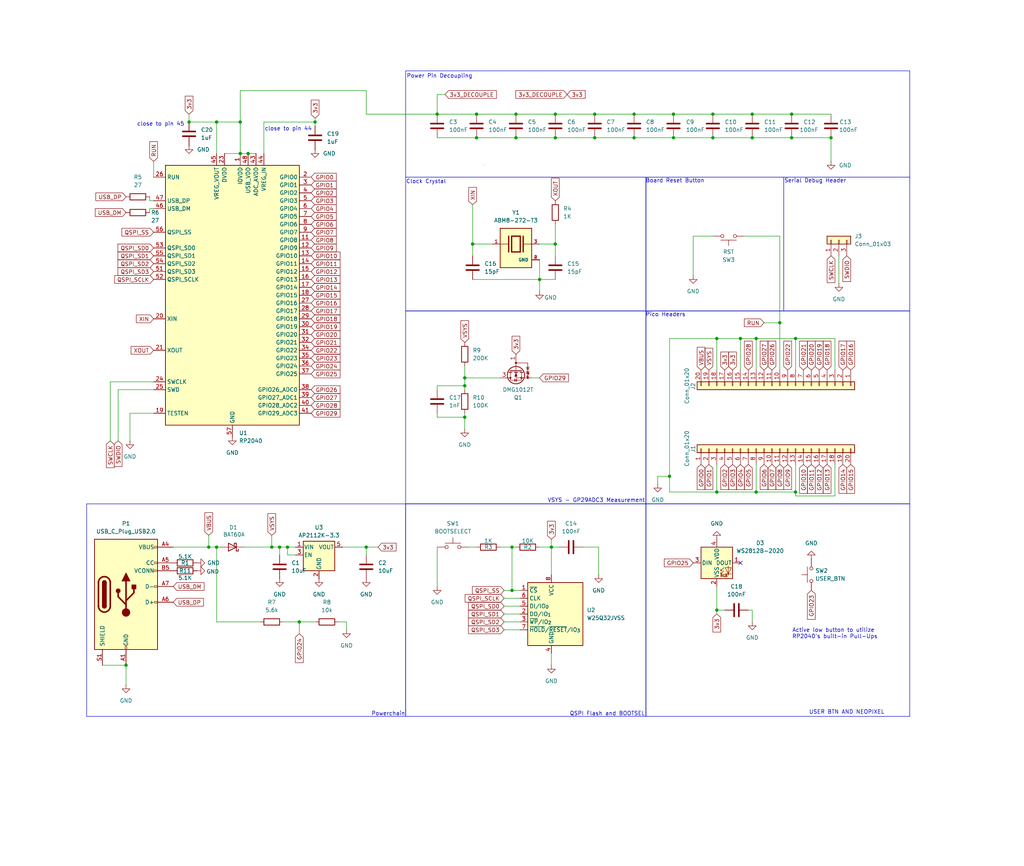
<source format=kicad_sch>
(kicad_sch (version 20250114) (generator "eeschema") (generator_version "9.0")
  (paper "User" 330.2 279.4)
  (title_block (title "PicoPowered") (date "2025-06-20") (rev "1"))
  (rectangle (start 27.94 162.56) (end 130.81 231.14))
  (rectangle (start 130.81 100.33) (end 208.28 162.56))
  (rectangle (start 156.21 53.34) (end 156.21 53.34))
  (rectangle (start 208.28 162.56) (end 293.37 231.14))
  (rectangle (start 208.28 57.15) (end 252.73 100.33))
  (rectangle (start 130.81 162.56) (end 208.28 231.14))
  (rectangle (start 130.81 22.86) (end 293.37 57.15))
  (rectangle (start 130.81 57.15) (end 208.28 100.33))
  (rectangle (start 252.73 57.15) (end 293.37 100.33))
  (rectangle (start 208.28 100.33) (end 293.37 162.56))
  (text "USER BTN AND NEOPIXEL\n" (at 273.05 229.87 0) (effects (font (size 1.27 1.27))))
  (text "Serial Debug Header" (at 262.89 58.42 0) (effects (font (size 1.27 1.27))))
  (text "Pico Headers\n" (at 214.63 101.6 0) (effects (font (size 1.27 1.27))))
  (text "Active low button to utilize\n RP2040's built-in Pull-Ups\n" (at 268.732 204.47 0) (effects (font (size 1.27 1.27))))
  (text "close to pin 45\n\n" (at 51.816 41.148 0) (effects (font (size 1.27 1.27))))
  (text "Power Pin Decoupling\n" (at 141.732 24.638 0) (effects (font (size 1.27 1.27))))
  (text "Board Reset Button" (at 217.678 58.42 0) (effects (font (size 1.27 1.27))))
  (text "Powerchain\n" (at 125.222 230.378 0) (effects (font (size 1.27 1.27))))
  (text "VSYS - GP29ADC3 Measurement\n" (at 192.278 161.544 0) (effects (font (size 1.27 1.27))))
  (text "QSPI Flash and BOOTSEL" (at 195.834 230.378 0) (effects (font (size 1.27 1.27))))
  (text "Clock Crystal\n" (at 137.414 58.674 0) (effects (font (size 1.27 1.27))))
  (text "close to pin 44\n" (at 92.964 41.656 0) (effects (font (size 1.27 1.27))))
  (junction (at 217.17 36.83))
  (junction (at 179.07 78.74))
  (junction (at 251.46 104.14))
  (junction (at 231.14 196.85))
  (junction (at 231.14 109.22))
  (junction (at 242.57 36.83))
  (junction (at 215.9 153.67))
  (junction (at 40.64 214.63))
  (junction (at 229.87 36.83))
  (junction (at 166.37 44.45))
  (junction (at 191.77 36.83))
  (junction (at 80.01 49.53))
  (junction (at 153.67 36.83))
  (junction (at 60.96 39.37))
  (junction (at 165.1 190.5))
  (junction (at 152.4 78.74))
  (junction (at 149.86 121.92))
  (junction (at 166.37 36.83))
  (junction (at 179.07 36.83))
  (junction (at 149.86 124.46))
  (junction (at 204.47 44.45))
  (junction (at 96.52 200.66))
  (junction (at 191.77 44.45))
  (junction (at 255.27 44.45))
  (junction (at 92.71 176.53))
  (junction (at 153.67 44.45))
  (junction (at 255.27 36.83))
  (junction (at 67.31 176.53))
  (junction (at 217.17 44.45))
  (junction (at 77.47 49.53))
  (junction (at 243.84 158.75))
  (junction (at 256.54 158.75))
  (junction (at 101.6 39.37))
  (junction (at 256.54 109.22))
  (junction (at 69.85 176.53))
  (junction (at 90.17 176.53))
  (junction (at 243.84 109.22))
  (junction (at 87.63 176.53))
  (junction (at 179.07 44.45))
  (junction (at 204.47 36.83))
  (junction (at 177.8 176.53))
  (junction (at 229.87 44.45))
  (junction (at 149.86 134.62))
  (junction (at 267.97 44.45))
  (junction (at 118.11 176.53))
  (junction (at 173.99 90.17))
  (junction (at 140.97 36.83))
  (junction (at 231.14 158.75))
  (junction (at 238.76 109.22))
  (junction (at 69.85 39.37))
  (junction (at 165.1 176.53))
  (junction (at 242.57 44.45))
  (junction (at 77.47 39.37))
  (no_connect (at 238.76 181.61))
  (wire (pts (xy 173.99 90.17) (xy 179.07 90.17)))
  (wire (pts (xy 243.84 158.75) (xy 256.54 158.75)))
  (wire (pts (xy 149.86 121.92) (xy 161.29 121.92)))
  (wire (pts (xy 251.46 119.38) (xy 251.46 104.14)))
  (wire (pts (xy 162.56 190.5) (xy 165.1 190.5)))
  (wire (pts (xy 242.57 36.83) (xy 255.27 36.83)))
  (wire (pts (xy 49.53 64.77) (xy 48.26 64.77)))
  (wire (pts (xy 204.47 44.45) (xy 217.17 44.45)))
  (wire (pts (xy 166.37 44.45) (xy 179.07 44.45)))
  (wire (pts (xy 101.6 39.37) (xy 101.6 40.64)))
  (wire (pts (xy 256.54 160.02) (xy 256.54 158.75)))
  (wire (pts (xy 166.37 36.83) (xy 179.07 36.83)))
  (wire (pts (xy 111.76 203.2) (xy 111.76 200.66)))
  (wire (pts (xy 77.47 49.53) (xy 80.01 49.53)))
  (wire (pts (xy 149.86 138.43) (xy 149.86 134.62)))
  (wire (pts (xy 173.99 83.82) (xy 173.99 90.17)))
  (wire (pts (xy 269.24 149.86) (xy 269.24 160.02)))
  (wire (pts (xy 67.31 172.72) (xy 67.31 176.53)))
  (wire (pts (xy 152.4 78.74) (xy 152.4 82.55)))
  (wire (pts (xy 165.1 190.5) (xy 165.1 176.53)))
  (wire (pts (xy 140.97 124.46) (xy 140.97 125.73)))
  (wire (pts (xy 92.71 179.07) (xy 92.71 176.53)))
  (wire (pts (xy 101.6 39.37) (xy 85.09 39.37)))
  (wire (pts (xy 118.11 176.53) (xy 121.92 176.53)))
  (wire (pts (xy 231.14 198.12) (xy 231.14 196.85)))
  (wire (pts (xy 215.9 109.22) (xy 215.9 153.67)))
  (wire (pts (xy 177.8 176.53) (xy 177.8 185.42)))
  (wire (pts (xy 78.74 176.53) (xy 87.63 176.53)))
  (wire (pts (xy 69.85 39.37) (xy 60.96 39.37)))
  (wire (pts (xy 231.14 158.75) (xy 243.84 158.75)))
  (wire (pts (xy 40.64 220.98) (xy 40.64 214.63)))
  (wire (pts (xy 240.03 76.2) (xy 251.46 76.2)))
  (wire (pts (xy 165.1 176.53) (xy 166.37 176.53)))
  (wire (pts (xy 256.54 109.22) (xy 243.84 109.22)))
  (wire (pts (xy 118.11 176.53) (xy 118.11 179.07)))
  (wire (pts (xy 256.54 119.38) (xy 256.54 109.22)))
  (wire (pts (xy 215.9 158.75) (xy 231.14 158.75)))
  (wire (pts (xy 111.76 200.66) (xy 109.22 200.66)))
  (wire (pts (xy 223.52 76.2) (xy 229.87 76.2)))
  (wire (pts (xy 212.09 156.21) (xy 212.09 153.67)))
  (wire (pts (xy 269.24 160.02) (xy 256.54 160.02)))
  (wire (pts (xy 92.71 176.53) (xy 95.25 176.53)))
  (wire (pts (xy 231.14 109.22) (xy 215.9 109.22)))
  (wire (pts (xy 223.52 88.9) (xy 223.52 76.2)))
  (wire (pts (xy 48.26 67.31) (xy 48.26 68.58)))
  (wire (pts (xy 140.97 30.48) (xy 140.97 36.83)))
  (wire (pts (xy 151.13 176.53) (xy 153.67 176.53)))
  (wire (pts (xy 87.63 176.53) (xy 90.17 176.53)))
  (wire (pts (xy 72.39 49.53) (xy 77.47 49.53)))
  (wire (pts (xy 251.46 76.2) (xy 251.46 104.14)))
  (wire (pts (xy 231.14 196.85) (xy 233.68 196.85)))
  (wire (pts (xy 246.38 104.14) (xy 251.46 104.14)))
  (wire (pts (xy 242.57 196.85) (xy 242.57 200.66)))
  (wire (pts (xy 96.52 200.66) (xy 101.6 200.66)))
  (wire (pts (xy 140.97 133.35) (xy 140.97 134.62)))
  (wire (pts (xy 171.45 121.92) (xy 173.99 121.92)))
  (wire (pts (xy 149.86 124.46) (xy 140.97 124.46)))
  (wire (pts (xy 162.56 200.66) (xy 167.64 200.66)))
  (wire (pts (xy 231.14 149.86) (xy 231.14 158.75)))
  (wire (pts (xy 177.8 210.82) (xy 177.8 214.63)))
  (wire (pts (xy 162.56 198.12) (xy 167.64 198.12)))
  (wire (pts (xy 193.04 176.53) (xy 193.04 185.42)))
  (wire (pts (xy 118.11 36.83) (xy 140.97 36.83)))
  (wire (pts (xy 191.77 36.83) (xy 204.47 36.83)))
  (wire (pts (xy 173.99 176.53) (xy 177.8 176.53)))
  (wire (pts (xy 217.17 44.45) (xy 229.87 44.45)))
  (wire (pts (xy 80.01 49.53) (xy 82.55 49.53)))
  (wire (pts (xy 140.97 44.45) (xy 153.67 44.45)))
  (wire (pts (xy 91.44 200.66) (xy 96.52 200.66)))
  (wire (pts (xy 243.84 149.86) (xy 243.84 158.75)))
  (wire (pts (xy 60.96 36.83) (xy 60.96 39.37)))
  (wire (pts (xy 149.86 121.92) (xy 149.86 124.46)))
  (wire (pts (xy 162.56 195.58) (xy 167.64 195.58)))
  (wire (pts (xy 140.97 36.83) (xy 153.67 36.83)))
  (wire (pts (xy 217.17 36.83) (xy 229.87 36.83)))
  (wire (pts (xy 69.85 176.53) (xy 69.85 200.66)))
  (wire (pts (xy 67.31 176.53) (xy 69.85 176.53)))
  (wire (pts (xy 243.84 119.38) (xy 243.84 109.22)))
  (wire (pts (xy 149.86 134.62) (xy 149.86 133.35)))
  (wire (pts (xy 152.4 90.17) (xy 173.99 90.17)))
  (wire (pts (xy 85.09 39.37) (xy 85.09 49.53)))
  (wire (pts (xy 255.27 36.83) (xy 267.97 36.83)))
  (wire (pts (xy 177.8 173.99) (xy 177.8 176.53)))
  (wire (pts (xy 187.96 176.53) (xy 193.04 176.53)))
  (wire (pts (xy 229.87 36.83) (xy 242.57 36.83)))
  (wire (pts (xy 140.97 134.62) (xy 149.86 134.62)))
  (wire (pts (xy 77.47 29.21) (xy 77.47 39.37)))
  (wire (pts (xy 152.4 66.04) (xy 152.4 78.74)))
  (wire (pts (xy 255.27 44.45) (xy 267.97 44.45)))
  (wire (pts (xy 243.84 109.22) (xy 238.76 109.22)))
  (wire (pts (xy 212.09 153.67) (xy 215.9 153.67)))
  (wire (pts (xy 162.56 193.04) (xy 167.64 193.04)))
  (wire (pts (xy 96.52 204.47) (xy 96.52 200.66)))
  (wire (pts (xy 191.77 44.45) (xy 204.47 44.45)))
  (wire (pts (xy 215.9 153.67) (xy 215.9 158.75)))
  (wire (pts (xy 173.99 90.17) (xy 173.99 93.98)))
  (wire (pts (xy 177.8 176.53) (xy 180.34 176.53)))
  (wire (pts (xy 269.24 119.38) (xy 269.24 109.22)))
  (wire (pts (xy 69.85 49.53) (xy 69.85 39.37)))
  (wire (pts (xy 118.11 29.21) (xy 77.47 29.21)))
  (wire (pts (xy 90.17 176.53) (xy 92.71 176.53)))
  (wire (pts (xy 49.53 123.19) (xy 35.56 123.19)))
  (wire (pts (xy 173.99 78.74) (xy 179.07 78.74)))
  (wire (pts (xy 149.86 118.11) (xy 149.86 121.92)))
  (wire (pts (xy 179.07 36.83) (xy 191.77 36.83)))
  (wire (pts (xy 48.26 64.77) (xy 48.26 63.5)))
  (wire (pts (xy 77.47 39.37) (xy 77.47 49.53)))
  (wire (pts (xy 55.88 176.53) (xy 67.31 176.53)))
  (wire (pts (xy 179.07 44.45) (xy 191.77 44.45)))
  (wire (pts (xy 238.76 109.22) (xy 231.14 109.22)))
  (wire (pts (xy 152.4 78.74) (xy 158.75 78.74)))
  (wire (pts (xy 140.97 176.53) (xy 140.97 189.23)))
  (wire (pts (xy 143.51 30.48) (xy 140.97 30.48)))
  (wire (pts (xy 241.3 196.85) (xy 242.57 196.85)))
  (wire (pts (xy 69.85 39.37) (xy 77.47 39.37)))
  (wire (pts (xy 162.56 203.2) (xy 167.64 203.2)))
  (wire (pts (xy 179.07 78.74) (xy 179.07 82.55)))
  (wire (pts (xy 231.14 189.23) (xy 231.14 196.85)))
  (wire (pts (xy 161.29 176.53) (xy 165.1 176.53)))
  (wire (pts (xy 49.53 52.07) (xy 49.53 57.15)))
  (wire (pts (xy 90.17 176.53) (xy 90.17 179.07)))
  (wire (pts (xy 149.86 124.46) (xy 149.86 125.73)))
  (wire (pts (xy 270.51 82.55) (xy 270.51 91.44)))
  (wire (pts (xy 238.76 119.38) (xy 238.76 109.22)))
  (wire (pts (xy 267.97 44.45) (xy 267.97 52.07)))
  (wire (pts (xy 242.57 44.45) (xy 255.27 44.45)))
  (wire (pts (xy 95.25 179.07) (xy 92.71 179.07)))
  (wire (pts (xy 153.67 44.45) (xy 166.37 44.45)))
  (wire (pts (xy 69.85 200.66) (xy 83.82 200.66)))
  (wire (pts (xy 101.6 38.1) (xy 101.6 39.37)))
  (wire (pts (xy 35.56 123.19) (xy 35.56 142.24)))
  (wire (pts (xy 87.63 172.72) (xy 87.63 176.53)))
  (wire (pts (xy 41.91 142.24) (xy 41.91 133.35)))
  (wire (pts (xy 165.1 190.5) (xy 167.64 190.5)))
  (wire (pts (xy 179.07 78.74) (xy 179.07 72.39)))
  (wire (pts (xy 229.87 44.45) (xy 242.57 44.45)))
  (wire (pts (xy 41.91 133.35) (xy 49.53 133.35)))
  (wire (pts (xy 69.85 176.53) (xy 71.12 176.53)))
  (wire (pts (xy 269.24 109.22) (xy 256.54 109.22)))
  (wire (pts (xy 256.54 149.86) (xy 256.54 158.75)))
  (wire (pts (xy 231.14 109.22) (xy 231.14 119.38)))
  (wire (pts (xy 153.67 36.83) (xy 166.37 36.83)))
  (wire (pts (xy 110.49 176.53) (xy 118.11 176.53)))
  (wire (pts (xy 118.11 36.83) (xy 118.11 29.21)))
  (wire (pts (xy 38.1 125.73) (xy 38.1 142.24)))
  (wire (pts (xy 204.47 36.83) (xy 217.17 36.83)))
  (wire (pts (xy 49.53 67.31) (xy 48.26 67.31)))
  (wire (pts (xy 49.53 125.73) (xy 38.1 125.73)))
  (wire (pts (xy 33.02 214.63) (xy 40.64 214.63)))
  (global_label "VSYS" (shape input) (at 228.6 119.38 90) (property "Intersheetrefs" "${INTERSHEET_REFS}" (effects (hide yes))))
  (global_label "GPIO23" (shape input) (at 261.62 190.5 270) (property "Intersheetrefs" "${INTERSHEET_REFS}" (effects (hide yes))))
  (global_label "GPIO12" (shape input) (at 100.33 87.63 0) (property "Intersheetrefs" "${INTERSHEET_REFS}" (effects (hide yes))))
  (global_label "GPIO2" (shape input) (at 233.68 149.86 270) (property "Intersheetrefs" "${INTERSHEET_REFS}" (effects (hide yes))))
  (global_label "GPIO21" (shape input) (at 259.08 119.38 90) (property "Intersheetrefs" "${INTERSHEET_REFS}" (effects (hide yes))))
  (global_label "GPIO22" (shape input) (at 100.33 113.03 0) (property "Intersheetrefs" "${INTERSHEET_REFS}" (effects (hide yes))))
  (global_label "VSYS" (shape input) (at 149.86 110.49 90) (property "Intersheetrefs" "${INTERSHEET_REFS}" (effects (hide yes))))
  (global_label "GPIO3" (shape input) (at 100.33 64.77 0) (property "Intersheetrefs" "${INTERSHEET_REFS}" (effects (hide yes))))
  (global_label "3v3" (shape input) (at 60.96 36.83 90) (property "Intersheetrefs" "${INTERSHEET_REFS}" (effects (hide yes))))
  (global_label "GPIO1" (shape input) (at 100.33 59.69 0) (property "Intersheetrefs" "${INTERSHEET_REFS}" (effects (hide yes))))
  (global_label "SWDIO" (shape input) (at 273.05 82.55 270) (property "Intersheetrefs" "${INTERSHEET_REFS}" (effects (hide yes))))
  (global_label "QSPI_SD2" (shape input) (at 162.56 200.66 180) (property "Intersheetrefs" "${INTERSHEET_REFS}" (effects (hide yes))))
  (global_label "GPIO20" (shape input) (at 100.33 107.95 0) (property "Intersheetrefs" "${INTERSHEET_REFS}" (effects (hide yes))))
  (global_label "GPIO12" (shape input) (at 264.16 149.86 270) (property "Intersheetrefs" "${INTERSHEET_REFS}" (effects (hide yes))))
  (global_label "GPIO8" (shape input) (at 251.46 149.86 270) (property "Intersheetrefs" "${INTERSHEET_REFS}" (effects (hide yes))))
  (global_label "GPIO29" (shape input) (at 100.33 133.35 0) (property "Intersheetrefs" "${INTERSHEET_REFS}" (effects (hide yes))))
  (global_label "GPIO13" (shape input) (at 100.33 90.17 0) (property "Intersheetrefs" "${INTERSHEET_REFS}" (effects (hide yes))))
  (global_label "VBUS" (shape input) (at 67.31 172.72 90) (property "Intersheetrefs" "${INTERSHEET_REFS}" (effects (hide yes))))
  (global_label "GPIO24" (shape input) (at 100.33 118.11 0) (property "Intersheetrefs" "${INTERSHEET_REFS}" (effects (hide yes))))
  (global_label "GPIO10" (shape input) (at 259.08 149.86 270) (property "Intersheetrefs" "${INTERSHEET_REFS}" (effects (hide yes))))
  (global_label "GPIO24" (shape input) (at 96.52 204.47 270) (property "Intersheetrefs" "${INTERSHEET_REFS}" (effects (hide yes))))
  (global_label "3v3_DECOUPLE" (shape input) (at 143.51 30.48 0) (property "Intersheetrefs" "${INTERSHEET_REFS}" (effects (hide yes))))
  (global_label "GPIO9" (shape input) (at 254 149.86 270) (property "Intersheetrefs" "${INTERSHEET_REFS}" (effects (hide yes))))
  (global_label "QSPI_SS" (shape input) (at 49.53 74.93 180) (property "Intersheetrefs" "${INTERSHEET_REFS}" (effects (hide yes))))
  (global_label "QSPI_SD0" (shape input) (at 162.56 195.58 180) (property "Intersheetrefs" "${INTERSHEET_REFS}" (effects (hide yes))))
  (global_label "GPIO19" (shape input) (at 100.33 105.41 0) (property "Intersheetrefs" "${INTERSHEET_REFS}" (effects (hide yes))))
  (global_label "GPIO4" (shape input) (at 100.33 67.31 0) (property "Intersheetrefs" "${INTERSHEET_REFS}" (effects (hide yes))))
  (global_label "GPIO26" (shape input) (at 100.33 125.73 0) (property "Intersheetrefs" "${INTERSHEET_REFS}" (effects (hide yes))))
  (global_label "USB_DM" (shape input) (at 55.88 189.23 0) (property "Intersheetrefs" "${INTERSHEET_REFS}" (effects (hide yes))))
  (global_label "QSPI_SD1" (shape input) (at 162.56 198.12 180) (property "Intersheetrefs" "${INTERSHEET_REFS}" (effects (hide yes))))
  (global_label "GPIO26" (shape input) (at 248.92 119.38 90) (property "Intersheetrefs" "${INTERSHEET_REFS}" (effects (hide yes))))
  (global_label "GPIO16" (shape input) (at 100.33 97.79 0) (property "Intersheetrefs" "${INTERSHEET_REFS}" (effects (hide yes))))
  (global_label "3v3_DECOUPLE" (shape input) (at 182.88 30.48 180) (property "Intersheetrefs" "${INTERSHEET_REFS}" (effects (hide yes))))
  (global_label "3v3" (shape input) (at 177.8 173.99 90) (property "Intersheetrefs" "${INTERSHEET_REFS}" (effects (hide yes))))
  (global_label "XOUT" (shape input) (at 49.53 113.03 180) (property "Intersheetrefs" "${INTERSHEET_REFS}" (effects (hide yes))))
  (global_label "GPIO9" (shape input) (at 100.33 80.01 0) (property "Intersheetrefs" "${INTERSHEET_REFS}" (effects (hide yes))))
  (global_label "USB_DM" (shape input) (at 40.64 68.58 180) (property "Intersheetrefs" "${INTERSHEET_REFS}" (effects (hide yes))))
  (global_label "GPIO17" (shape input) (at 100.33 100.33 0) (property "Intersheetrefs" "${INTERSHEET_REFS}" (effects (hide yes))))
  (global_label "GPIO20" (shape input) (at 261.62 119.38 90) (property "Intersheetrefs" "${INTERSHEET_REFS}" (effects (hide yes))))
  (global_label "GPIO18" (shape input) (at 100.33 102.87 0) (property "Intersheetrefs" "${INTERSHEET_REFS}" (effects (hide yes))))
  (global_label "GPIO5" (shape input) (at 241.3 149.86 270) (property "Intersheetrefs" "${INTERSHEET_REFS}" (effects (hide yes))))
  (global_label "VSYS" (shape input) (at 87.63 172.72 90) (property "Intersheetrefs" "${INTERSHEET_REFS}" (effects (hide yes))))
  (global_label "GPIO27" (shape input) (at 246.38 119.38 90) (property "Intersheetrefs" "${INTERSHEET_REFS}" (effects (hide yes))))
  (global_label "QSPI_SS" (shape input) (at 162.56 190.5 180) (property "Intersheetrefs" "${INTERSHEET_REFS}" (effects (hide yes))))
  (global_label "XIN" (shape input) (at 152.4 66.04 90) (property "Intersheetrefs" "${INTERSHEET_REFS}" (effects (hide yes))))
  (global_label "3v3" (shape input) (at 166.37 114.3 90) (property "Intersheetrefs" "${INTERSHEET_REFS}" (effects (hide yes))))
  (global_label "GPIO25" (shape input) (at 100.33 120.65 0) (property "Intersheetrefs" "${INTERSHEET_REFS}" (effects (hide yes))))
  (global_label "GPIO5" (shape input) (at 100.33 69.85 0) (property "Intersheetrefs" "${INTERSHEET_REFS}" (effects (hide yes))))
  (global_label "GPIO11" (shape input) (at 261.62 149.86 270) (property "Intersheetrefs" "${INTERSHEET_REFS}" (effects (hide yes))))
  (global_label "QSPI_SD3" (shape input) (at 162.56 203.2 180) (property "Intersheetrefs" "${INTERSHEET_REFS}" (effects (hide yes))))
  (global_label "GPIO0" (shape input) (at 226.06 149.86 270) (property "Intersheetrefs" "${INTERSHEET_REFS}" (effects (hide yes))))
  (global_label "QSPI_SD0" (shape input) (at 49.53 80.01 180) (property "Intersheetrefs" "${INTERSHEET_REFS}" (effects (hide yes))))
  (global_label "USB_DP" (shape input) (at 40.64 63.5 180) (property "Intersheetrefs" "${INTERSHEET_REFS}" (effects (hide yes))))
  (global_label "3v3" (shape input) (at 236.22 119.38 90) (property "Intersheetrefs" "${INTERSHEET_REFS}" (effects (hide yes))))
  (global_label "GPIO15" (shape input) (at 274.32 149.86 270) (property "Intersheetrefs" "${INTERSHEET_REFS}" (effects (hide yes))))
  (global_label "GPIO21" (shape input) (at 100.33 110.49 0) (property "Intersheetrefs" "${INTERSHEET_REFS}" (effects (hide yes))))
  (global_label "GPIO2" (shape input) (at 100.33 62.23 0) (property "Intersheetrefs" "${INTERSHEET_REFS}" (effects (hide yes))))
  (global_label "QSPI_SD3" (shape input) (at 49.53 87.63 180) (property "Intersheetrefs" "${INTERSHEET_REFS}" (effects (hide yes))))
  (global_label "GPIO8" (shape input) (at 100.33 77.47 0) (property "Intersheetrefs" "${INTERSHEET_REFS}" (effects (hide yes))))
  (global_label "GPIO19" (shape input) (at 264.16 119.38 90) (property "Intersheetrefs" "${INTERSHEET_REFS}" (effects (hide yes))))
  (global_label "VBUS" (shape input) (at 226.06 119.38 90) (property "Intersheetrefs" "${INTERSHEET_REFS}" (effects (hide yes))))
  (global_label "SWCLK" (shape input) (at 35.56 142.24 270) (property "Intersheetrefs" "${INTERSHEET_REFS}" (effects (hide yes))))
  (global_label "GPIO3" (shape input) (at 236.22 149.86 270) (property "Intersheetrefs" "${INTERSHEET_REFS}" (effects (hide yes))))
  (global_label "GPIO27" (shape input) (at 100.33 128.27 0) (property "Intersheetrefs" "${INTERSHEET_REFS}" (effects (hide yes))))
  (global_label "3v3" (shape input) (at 231.14 198.12 270) (property "Intersheetrefs" "${INTERSHEET_REFS}" (effects (hide yes))))
  (global_label "GPIO17" (shape input) (at 271.78 119.38 90) (property "Intersheetrefs" "${INTERSHEET_REFS}" (effects (hide yes))))
  (global_label "GPIO28" (shape input) (at 100.33 130.81 0) (property "Intersheetrefs" "${INTERSHEET_REFS}" (effects (hide yes))))
  (global_label "GPIO15" (shape input) (at 100.33 95.25 0) (property "Intersheetrefs" "${INTERSHEET_REFS}" (effects (hide yes))))
  (global_label "USB_DP" (shape input) (at 55.88 194.31 0) (property "Intersheetrefs" "${INTERSHEET_REFS}" (effects (hide yes))))
  (global_label "GPIO6" (shape input) (at 100.33 72.39 0) (property "Intersheetrefs" "${INTERSHEET_REFS}" (effects (hide yes))))
  (global_label "3v3" (shape input) (at 233.68 119.38 90) (property "Intersheetrefs" "${INTERSHEET_REFS}" (effects (hide yes))))
  (global_label "3v3" (shape input) (at 101.6 38.1 90) (property "Intersheetrefs" "${INTERSHEET_REFS}" (effects (hide yes))))
  (global_label "GPIO18" (shape input) (at 266.7 119.38 90) (property "Intersheetrefs" "${INTERSHEET_REFS}" (effects (hide yes))))
  (global_label "GPIO29" (shape input) (at 173.99 121.92 0) (property "Intersheetrefs" "${INTERSHEET_REFS}" (effects (hide yes))))
  (global_label "3v3" (shape input) (at 121.92 176.53 0) (property "Intersheetrefs" "${INTERSHEET_REFS}" (effects (hide yes))))
  (global_label "GPIO7" (shape input) (at 100.33 74.93 0) (property "Intersheetrefs" "${INTERSHEET_REFS}" (effects (hide yes))))
  (global_label "GPIO11" (shape input) (at 100.33 85.09 0) (property "Intersheetrefs" "${INTERSHEET_REFS}" (effects (hide yes))))
  (global_label "GPIO14" (shape input) (at 100.33 92.71 0) (property "Intersheetrefs" "${INTERSHEET_REFS}" (effects (hide yes))))
  (global_label "QSPI_SCLK" (shape input) (at 162.56 193.04 180) (property "Intersheetrefs" "${INTERSHEET_REFS}" (effects (hide yes))))
  (global_label "GPIO1" (shape input) (at 228.6 149.86 270) (property "Intersheetrefs" "${INTERSHEET_REFS}" (effects (hide yes))))
  (global_label "XIN" (shape input) (at 49.53 102.87 180) (property "Intersheetrefs" "${INTERSHEET_REFS}" (effects (hide yes))))
  (global_label "GPIO23" (shape input) (at 100.33 115.57 0) (property "Intersheetrefs" "${INTERSHEET_REFS}" (effects (hide yes))))
  (global_label "GPIO0" (shape input) (at 100.33 57.15 0) (property "Intersheetrefs" "${INTERSHEET_REFS}" (effects (hide yes))))
  (global_label "GPIO13" (shape input) (at 266.7 149.86 270) (property "Intersheetrefs" "${INTERSHEET_REFS}" (effects (hide yes))))
  (global_label "GPIO16" (shape input) (at 274.32 119.38 90) (property "Intersheetrefs" "${INTERSHEET_REFS}" (effects (hide yes))))
  (global_label "QSPI_SCLK" (shape input) (at 49.53 90.17 180) (property "Intersheetrefs" "${INTERSHEET_REFS}" (effects (hide yes))))
  (global_label "XOUT" (shape input) (at 179.07 64.77 90) (property "Intersheetrefs" "${INTERSHEET_REFS}" (effects (hide yes))))
  (global_label "GPIO22" (shape input) (at 254 119.38 90) (property "Intersheetrefs" "${INTERSHEET_REFS}" (effects (hide yes))))
  (global_label "GPIO10" (shape input) (at 100.33 82.55 0) (property "Intersheetrefs" "${INTERSHEET_REFS}" (effects (hide yes))))
  (global_label "SWCLK" (shape input) (at 267.97 82.55 270) (property "Intersheetrefs" "${INTERSHEET_REFS}" (effects (hide yes))))
  (global_label "GPIO4" (shape input) (at 238.76 149.86 270) (property "Intersheetrefs" "${INTERSHEET_REFS}" (effects (hide yes))))
  (global_label "GPIO6" (shape input) (at 246.38 149.86 270) (property "Intersheetrefs" "${INTERSHEET_REFS}" (effects (hide yes))))
  (global_label "QSPI_SD2" (shape input) (at 49.53 85.09 180) (property "Intersheetrefs" "${INTERSHEET_REFS}" (effects (hide yes))))
  (global_label "QSPI_SD1" (shape input) (at 49.53 82.55 180) (property "Intersheetrefs" "${INTERSHEET_REFS}" (effects (hide yes))))
  (global_label "RUN" (shape input) (at 49.53 52.07 90) (property "Intersheetrefs" "${INTERSHEET_REFS}" (effects (hide yes))))
  (global_label "GPIO7" (shape input) (at 248.92 149.86 270) (property "Intersheetrefs" "${INTERSHEET_REFS}" (effects (hide yes))))
  (global_label "GPIO14" (shape input) (at 271.78 149.86 270) (property "Intersheetrefs" "${INTERSHEET_REFS}" (effects (hide yes))))
  (global_label "GPIO25" (shape input) (at 223.52 181.61 180) (property "Intersheetrefs" "${INTERSHEET_REFS}" (effects (hide yes))))
  (global_label "GPIO28" (shape input) (at 241.3 119.38 90) (property "Intersheetrefs" "${INTERSHEET_REFS}" (effects (hide yes))))
  (global_label "RUN" (shape input) (at 246.38 104.14 180) (property "Intersheetrefs" "${INTERSHEET_REFS}" (effects (hide yes))))
  (global_label "SWDIO" (shape input) (at 38.1 142.24 270) (property "Intersheetrefs" "${INTERSHEET_REFS}" (effects (hide yes))))
  (global_label "3v3" (shape input) (at 182.88 30.48 0) (property "Intersheetrefs" "${INTERSHEET_REFS}" (effects (hide yes))))
  (symbol (lib_id "MCU_RaspberryPi:RP2040") (at 74.93 95.25 0) (unit 1)
    (property "Reference" "U1" (at 77.0733 139.7 0) (effects (justify left)))
    (property "Value" "RP2040" (at 77.0733 142.24 0) (effects (justify left)))
    (property "Footprint" "Package_DFN_QFN:QFN-56-1EP_7x7mm_P0.4mm_EP3.2x3.2mm" (effects (hide yes)))
    (property "Datasheet" "https://datasheets.raspberrypi.com/rp2040/rp2040-datasheet.pdf" (effects (hide yes)))
    (property "Description" "A microcontroller by Raspberry Pi" (effects (hide yes)))
  )
  (symbol (lib_id "Regulator_Linear:AP2112K-3.3") (at 102.87 179.07 0) (unit 1)
    (property "Reference" "U3" (at 102.87 170.18 0))
    (property "Value" "AP2112K-3.3" (at 102.87 172.72 0))
    (property "Footprint" "Package_TO_SOT_SMD:SOT-23-5" (effects (hide yes)))
    (property "Datasheet" "https://www.diodes.com/assets/Datasheets/AP2112.pdf" (effects (hide yes)))
    (property "Description" "600mA low dropout linear regulator, with enable pin, 3.8V-6V input voltage range, 3.3V fixed positive output, SOT-23-5" (effects (hide yes)))
  )
  (symbol (lib_id "ABM8-272-T3:ABM8-272-T3") (at 166.37 78.74 0) (unit 1)
    (property "Reference" "Y1" (at 166.37 68.58 0))
    (property "Value" "ABM8-272-T3" (at 166.37 71.12 0))
    (property "Footprint" "Crystal:Crystal_SMD_Abracon_ABM8G-4Pin_3.2x2.5mm" (effects (hide yes)))
    (property "MF" "ABRACON" (effects (hide yes)))
    (property "MAXIMUM_PACKAGE_HEIGHT" "0.8mm" (effects (hide yes)))
    (property "CREATOR" "DIZAR" (effects (hide yes)))
    (property "Price" "None" (effects (hide yes)))
    (property "Package" "NON-STANDARD-4 Abracon" (effects (hide yes)))
    (property "Check_prices" "https://www.snapeda.com/parts/ABM8-272-T3/Abracon/view-part/?ref=eda" (effects (hide yes)))
    (property "STANDARD" "Manufacturer Recommendations" (effects (hide yes)))
    (property "PARTREV" "07-29-20" (effects (hide yes)))
    (property "SnapEDA_Link" "https://www.snapeda.com/parts/ABM8-272-T3/Abracon/view-part/?ref=snap" (effects (hide yes)))
    (property "MP" "ABM8-272-T3" (effects (hide yes)))
    (property "Description_1" "12 MHz ±30ppm Crystal 10pF 50 Ohms 4-SMD, No Lead" (effects (hide yes)))
    (property "Availability" "In Stock" (effects (hide yes)))
    (property "MANUFACTURER" "ABRACON" (effects (hide yes)))
  )
  (symbol (lib_id "Device:C") (at 90.17 182.88 0) (unit 1)
    (property "Reference" "C1" (at 93.98 181.6099 0) (effects (justify left)))
    (property "Value" "10uF" (at 93.98 184.1499 0) (effects (justify left)))
    (property "Footprint" "Capacitor_SMD:C_0402_1005Metric" (effects (hide yes)))
    (property "Description" "Unpolarized capacitor" (effects (hide yes)))
  )
  (symbol (lib_id "power:GND") (at 101.6 48.26 0) (unit 1)
    (property "Reference" "#PWR019" (effects (hide yes)))
    (property "Value" "GND" (at 104.14 49.5299 0) (effects (justify left)))
    (property "Description" "Power symbol creates a global label with name \"GND\" , ground" (effects (hide yes)))
  )
  (symbol (lib_id "power:GND") (at 270.51 91.44 0) (unit 1)
    (property "Reference" "#PWR018" (effects (hide yes)))
    (property "Value" "GND" (at 270.51 96.52 0))
    (property "Description" "Power symbol creates a global label with name \"GND\" , ground" (effects (hide yes)))
  )
  (symbol (lib_id "Switch:SW_Push") (at 234.95 76.2 0) (mirror x) (unit 1)
    (property "Reference" "SW3" (at 234.95 83.82 0))
    (property "Value" "RST" (at 234.95 81.28 0))
    (property "Footprint" "Button_Switch_SMD:SW_SPST_B3U-1000P" (effects (hide yes)))
    (property "Description" "Push button switch, generic, two pins" (effects (hide yes)))
  )
  (symbol (lib_id "power:GND") (at 90.17 186.69 0) (unit 1)
    (property "Reference" "#PWR02" (effects (hide yes)))
    (property "Value" "GND" (at 90.17 191.77 0))
    (property "Description" "Power symbol creates a global label with name \"GND\" , ground" (effects (hide yes)))
  )
  (symbol (lib_id "Device:R") (at 149.86 114.3 0) (unit 1)
    (property "Reference" "R9" (at 152.4 113.0299 0) (effects (justify left)))
    (property "Value" "200K" (at 152.4 115.5699 0) (effects (justify left)))
    (property "Footprint" "Resistor_SMD:R_0402_1005Metric" (effects (hide yes)))
    (property "Description" "Resistor" (effects (hide yes)))
  )
  (symbol (lib_id "power:GND") (at 193.04 185.42 0) (unit 1)
    (property "Reference" "#PWR08" (effects (hide yes)))
    (property "Value" "GND" (at 193.04 190.5 0))
    (property "Description" "Power symbol creates a global label with name \"GND\" , ground" (effects (hide yes)))
  )
  (symbol (lib_id "power:GND") (at 173.99 93.98 0) (unit 1)
    (property "Reference" "#PWR011" (effects (hide yes)))
    (property "Value" "GND" (at 177.546 96.012 0))
    (property "Description" "Power symbol creates a global label with name \"GND\" , ground" (effects (hide yes)))
  )
  (symbol (lib_id "Device:C") (at 191.77 40.64 0) (unit 1)
    (property "Reference" "C7" (at 195.58 39.3699 0) (effects (justify left)))
    (property "Value" "100nF" (at 195.58 41.9099 0) (effects (justify left)))
    (property "Footprint" "Capacitor_SMD:C_0402_1005Metric" (effects (hide yes)))
    (property "Description" "Unpolarized capacitor" (effects (hide yes)))
  )
  (symbol (lib_id "Device:C") (at 152.4 86.36 180) (unit 1)
    (property "Reference" "C16" (at 156.21 85.0899 0) (effects (justify right)))
    (property "Value" "15pF" (at 156.21 87.6299 0) (effects (justify right)))
    (property "Footprint" "Capacitor_SMD:C_0402_1005Metric" (effects (hide yes)))
    (property "Description" "Unpolarized capacitor" (effects (hide yes)))
  )
  (symbol (lib_id "Device:C") (at 140.97 40.64 0) (unit 1)
    (property "Reference" "C3" (at 144.78 39.3699 0) (effects (justify left)))
    (property "Value" "100nF" (at 144.78 41.9099 0) (effects (justify left)))
    (property "Footprint" "Capacitor_SMD:C_0402_1005Metric" (effects (hide yes)))
    (property "Description" "Unpolarized capacitor" (effects (hide yes)))
  )
  (symbol (lib_id "Device:D_Schottky") (at 74.93 176.53 180) (unit 1)
    (property "Reference" "D1" (at 75.2475 170.18 0))
    (property "Value" "BAT60A" (at 75.438 172.466 0))
    (property "Footprint" "Diode_SMD:D_SOD-123" (effects (hide yes)))
    (property "Description" "Schottky diode" (effects (hide yes)))
  )
  (symbol (lib_id "Switch:SW_Push") (at 146.05 176.53 0) (unit 1)
    (property "Reference" "SW1" (at 146.05 168.91 0))
    (property "Value" "BOOTSELECT" (at 146.05 171.45 0))
    (property "Footprint" "Button_Switch_SMD:SW_SPST_B3U-1000P" (effects (hide yes)))
    (property "Description" "Push button switch, generic, two pins" (effects (hide yes)))
  )
  (symbol (lib_id "Device:R") (at 44.45 68.58 90) (unit 1)
    (property "Reference" "R6" (at 50.038 68.58 90))
    (property "Value" "27" (at 50.038 71.12 90))
    (property "Footprint" "Resistor_SMD:R_0402_1005Metric" (effects (hide yes)))
    (property "Description" "Resistor" (effects (hide yes)))
  )
  (symbol (lib_id "Device:C") (at 179.07 86.36 180) (unit 1)
    (property "Reference" "C15" (at 182.88 85.0899 0) (effects (justify right)))
    (property "Value" "15pF" (at 182.88 87.6299 0) (effects (justify right)))
    (property "Footprint" "Capacitor_SMD:C_0402_1005Metric" (effects (hide yes)))
    (property "Description" "Unpolarized capacitor" (effects (hide yes)))
  )
  (symbol (lib_id "power:GND") (at 140.97 189.23 0) (unit 1)
    (property "Reference" "#PWR09" (effects (hide yes)))
    (property "Value" "GND" (at 140.97 194.31 0))
    (property "Description" "Power symbol creates a global label with name \"GND\" , ground" (effects (hide yes)))
  )
  (symbol (lib_id "Device:C") (at 184.15 176.53 90) (unit 1)
    (property "Reference" "C14" (at 184.15 168.91 90))
    (property "Value" "100nF" (at 184.15 171.45 90))
    (property "Footprint" "Capacitor_SMD:C_0402_1005Metric" (effects (hide yes)))
    (property "Description" "Unpolarized capacitor" (effects (hide yes)))
  )
  (symbol (lib_id "power:GND") (at 63.5 184.15 90) (unit 1)
    (property "Reference" "#PWR024" (effects (hide yes)))
    (property "Value" "GND" (at 66.802 181.61 90) (effects (justify right)))
    (property "Description" "Power symbol creates a global label with name \"GND\" , ground" (effects (hide yes)))
  )
  (symbol (lib_id "Device:C") (at 242.57 40.64 0) (unit 1)
    (property "Reference" "C11" (at 246.38 39.3699 0) (effects (justify left)))
    (property "Value" "100nF" (at 246.38 41.9099 0) (effects (justify left)))
    (property "Footprint" "Capacitor_SMD:C_0402_1005Metric" (effects (hide yes)))
    (property "Description" "Unpolarized capacitor" (effects (hide yes)))
  )
  (symbol (lib_id "power:GND") (at 74.93 140.97 0) (unit 1)
    (property "Reference" "#PWR06" (effects (hide yes)))
    (property "Value" "GND" (at 74.93 146.05 0))
    (property "Description" "Power symbol creates a global label with name \"GND\" , ground" (effects (hide yes)))
  )
  (symbol (lib_id "Device:C") (at 237.49 196.85 90) (unit 1)
    (property "Reference" "C18" (at 237.49 189.23 90))
    (property "Value" "100nF" (at 237.49 191.77 90))
    (property "Footprint" "Capacitor_SMD:C_0402_1005Metric" (effects (hide yes)))
    (property "Description" "Unpolarized capacitor" (effects (hide yes)))
  )
  (symbol (lib_id "power:GND") (at 242.57 200.66 0) (unit 1)
    (property "Reference" "#PWR017" (effects (hide yes)))
    (property "Value" "GND" (at 242.57 205.74 0))
    (property "Description" "Power symbol creates a global label with name \"GND\" , ground" (effects (hide yes)))
  )
  (symbol (lib_id "Scottokicad:Placeholder_Resistor") (at 59.69 181.61 0) (unit 1)
    (property "Reference" "R1" (at 59.69 181.61 0))
    (property "Value" "5.1K" (at 59.69 179.578 0))
    (property "Footprint" "Resistor_SMD:R_0402_1005Metric" (effects (hide yes)))
    (property "Description" "Resistor" (effects (hide yes)))
  )
  (symbol (lib_id "Connector_Generic:Conn_01x03") (at 270.51 77.47 90) (unit 1)
    (property "Reference" "J3" (at 275.59 76.1999 90) (effects (justify right)))
    (property "Value" "Conn_01x03" (at 275.59 78.7399 90) (effects (justify right)))
    (property "Footprint" "Connector_PinHeader_2.54mm:PinHeader_1x03_P2.54mm_Vertical" (effects (hide yes)))
    (property "Description" "Generic connector, single row, 01x03, script generated (kicad-library-utils/schlib/autogen/connector/)" (effects (hide yes)))
  )
  (symbol (lib_id "Device:C") (at 255.27 40.64 0) (unit 1)
    (property "Reference" "C12" (at 259.08 39.3699 0) (effects (justify left)))
    (property "Value" "100nF" (at 257.81 41.91 0) (effects (justify left)))
    (property "Footprint" "Capacitor_SMD:C_0402_1005Metric" (effects (hide yes)))
    (property "Description" "Unpolarized capacitor" (effects (hide yes)))
  )
  (symbol (lib_id "Connector_Generic:Conn_01x20") (at 251.46 124.46 270) (unit 1)
    (property "Reference" "J2" (at 223.52 123.444 0) (effects (justify left)))
    (property "Value" "Conn_01x20" (at 221.488 118.618 0) (effects (justify left)))
    (property "Footprint" "Connector_PinHeader_2.54mm:PinHeader_1x20_P2.54mm_Vertical" (effects (hide yes)))
    (property "Description" "Generic connector, single row, 01x20, script generated (kicad-library-utils/schlib/autogen/connector/)" (effects (hide yes)))
  )
  (symbol (lib_id "Device:R") (at 87.63 200.66 90) (unit 1)
    (property "Reference" "R7" (at 87.63 194.31 90))
    (property "Value" "5.6k" (at 87.63 196.85 90))
    (property "Footprint" "Resistor_SMD:R_0402_1005Metric" (effects (hide yes)))
    (property "Description" "Resistor" (effects (hide yes)))
  )
  (symbol (lib_id "power:GND") (at 212.09 156.21 0) (unit 1)
    (property "Reference" "#PWR022" (effects (hide yes)))
    (property "Value" "GND" (at 212.09 161.29 0))
    (property "Description" "Power symbol creates a global label with name \"GND\" , ground" (effects (hide yes)))
  )
  (symbol (lib_id "Device:C") (at 204.47 40.64 0) (unit 1)
    (property "Reference" "C8" (at 208.28 39.3699 0) (effects (justify left)))
    (property "Value" "100nF" (at 208.28 41.9099 0) (effects (justify left)))
    (property "Footprint" "Capacitor_SMD:C_0402_1005Metric" (effects (hide yes)))
    (property "Description" "Unpolarized capacitor" (effects (hide yes)))
  )
  (symbol (lib_id "Device:C") (at 101.6 44.45 0) (unit 1)
    (property "Reference" "C19" (at 105.41 43.1799 0) (effects (justify left)))
    (property "Value" "1uF" (at 105.41 45.7199 0) (effects (justify left)))
    (property "Footprint" "Capacitor_SMD:C_0402_1005Metric" (effects (hide yes)))
    (property "Description" "Unpolarized capacitor" (effects (hide yes)))
  )
  (symbol (lib_id "power:GND") (at 41.91 142.24 0) (unit 1)
    (property "Reference" "#PWR021" (effects (hide yes)))
    (property "Value" "GND" (at 41.91 147.32 0))
    (property "Description" "Power symbol creates a global label with name \"GND\" , ground" (effects (hide yes)))
  )
  (symbol (lib_id "Device:C") (at 118.11 182.88 0) (unit 1)
    (property "Reference" "C2" (at 121.92 181.6099 0) (effects (justify left)))
    (property "Value" "10uF" (at 121.92 184.1499 0) (effects (justify left)))
    (property "Footprint" "Capacitor_SMD:C_0402_1005Metric" (effects (hide yes)))
    (property "Description" "Unpolarized capacitor" (effects (hide yes)))
  )
  (symbol (lib_id "power:GND") (at 261.62 180.34 180) (unit 1)
    (property "Reference" "#PWR015" (effects (hide yes)))
    (property "Value" "GND" (at 261.62 175.26 0))
    (property "Description" "Power symbol creates a global label with name \"GND\" , ground" (effects (hide yes)))
  )
  (symbol (lib_id "Device:C") (at 179.07 40.64 0) (unit 1)
    (property "Reference" "C6" (at 182.88 39.3699 0) (effects (justify left)))
    (property "Value" "100nF" (at 182.88 41.9099 0) (effects (justify left)))
    (property "Footprint" "Capacitor_SMD:C_0402_1005Metric" (effects (hide yes)))
    (property "Description" "Unpolarized capacitor" (effects (hide yes)))
  )
  (symbol (lib_id "Memory_Flash:W25Q32JVSS") (at 177.8 198.12 0) (unit 1)
    (property "Reference" "U2" (at 189.23 196.8499 0) (effects (justify left)))
    (property "Value" "W25Q32JVSS" (at 189.23 199.3899 0) (effects (justify left)))
    (property "Footprint" "Package_SO:SOIC-8_5.3x5.3mm_P1.27mm" (effects (hide yes)))
    (property "Datasheet" "http://www.winbond.com/resource-files/w25q32jv%20revg%2003272018%20plus.pdf" (effects (hide yes)))
    (property "Description" "32Mbit / 4MiB Serial Flash Memory, Standard/Dual/Quad SPI, 2.7-3.6V, SOIC-8 (208 mil)" (effects (hide yes)))
  )
  (symbol (lib_id "power:GND") (at 177.8 214.63 0) (unit 1)
    (property "Reference" "#PWR010" (effects (hide yes)))
    (property "Value" "GND" (at 177.8 219.71 0))
    (property "Description" "Power symbol creates a global label with name \"GND\" , ground" (effects (hide yes)))
  )
  (symbol (lib_id "power:GND") (at 231.14 173.99 180) (unit 1)
    (property "Reference" "#PWR014" (effects (hide yes)))
    (property "Value" "GND" (at 231.14 168.91 0))
    (property "Description" "Power symbol creates a global label with name \"GND\" , ground" (effects (hide yes)))
  )
  (symbol (lib_id "Device:R") (at 44.45 63.5 90) (unit 1)
    (property "Reference" "R5" (at 44.45 57.15 90))
    (property "Value" "27" (at 44.45 59.69 90))
    (property "Footprint" "Resistor_SMD:R_0402_1005Metric" (effects (hide yes)))
    (property "Description" "Resistor" (effects (hide yes)))
  )
  (symbol (lib_id "power:GND") (at 111.76 203.2 0) (unit 1)
    (property "Reference" "#PWR012" (effects (hide yes)))
    (property "Value" "GND" (at 111.76 208.28 0))
    (property "Description" "Power symbol creates a global label with name \"GND\" , ground" (effects (hide yes)))
  )
  (symbol (lib_id "power:GND") (at 118.11 186.69 0) (unit 1)
    (property "Reference" "#PWR04" (effects (hide yes)))
    (property "Value" "GND" (at 118.11 191.77 0))
    (property "Description" "Power symbol creates a global label with name \"GND\" , ground" (effects (hide yes)))
  )
  (symbol (lib_id "Connector_Generic:Conn_01x20") (at 248.92 144.78 90) (unit 1)
    (property "Reference" "J1" (at 223.52 146.05 0) (effects (justify left)))
    (property "Value" "Conn_01x20" (at 221.488 150.622 0) (effects (justify left)))
    (property "Footprint" "Connector_PinHeader_2.54mm:PinHeader_1x20_P2.54mm_Vertical" (effects (hide yes)))
    (property "Description" "Generic connector, single row, 01x20, script generated (kicad-library-utils/schlib/autogen/connector/)" (effects (hide yes)))
  )
  (symbol (lib_id "power:GND") (at 267.97 52.07 0) (unit 1)
    (property "Reference" "#PWR05" (effects (hide yes)))
    (property "Value" "GND" (at 270.51 53.3399 0) (effects (justify left)))
    (property "Description" "Power symbol creates a global label with name \"GND\" , ground" (effects (hide yes)))
  )
  (symbol (lib_id "Scottokicad:Placeholder_Resistor") (at 179.07 68.58 90) (unit 1)
    (property "Reference" "R4" (at 181.61 67.3099 90) (effects (justify right)))
    (property "Value" "1K" (at 181.61 69.8499 90) (effects (justify right)))
    (property "Footprint" "Resistor_SMD:R_0402_1005Metric" (effects (hide yes)))
    (property "Description" "Resistor" (effects (hide yes)))
  )
  (symbol (lib_id "Device:C") (at 60.96 43.18 0) (unit 1)
    (property "Reference" "C20" (at 64.77 41.9099 0) (effects (justify left)))
    (property "Value" "1uF" (at 64.77 44.4499 0) (effects (justify left)))
    (property "Footprint" "Capacitor_SMD:C_0402_1005Metric" (effects (hide yes)))
    (property "Description" "Unpolarized capacitor" (effects (hide yes)))
  )
  (symbol (lib_id "Device:C") (at 267.97 40.64 0) (mirror y) (unit 1)
    (property "Reference" "C13" (at 274.574 39.37 0) (effects (justify left)))
    (property "Value" "100nF" (at 276.606 41.91 0) (effects (justify left)))
    (property "Footprint" "Capacitor_SMD:C_0402_1005Metric" (effects (hide yes)))
    (property "Description" "Unpolarized capacitor" (effects (hide yes)))
  )
  (symbol (lib_id "power:GND") (at 223.52 88.9 0) (unit 1)
    (property "Reference" "#PWR016" (effects (hide yes)))
    (property "Value" "GND" (at 223.52 93.98 0))
    (property "Description" "Power symbol creates a global label with name \"GND\" , ground" (effects (hide yes)))
  )
  (symbol (lib_id "Device:C") (at 140.97 129.54 0) (unit 1)
    (property "Reference" "C17" (at 144.78 128.2699 0) (effects (justify left)))
    (property "Value" "1nF" (at 144.78 130.8099 0) (effects (justify left)))
    (property "Footprint" "Capacitor_SMD:C_0402_1005Metric" (effects (hide yes)))
    (property "Description" "Unpolarized capacitor" (effects (hide yes)))
  )
  (symbol (lib_id "Device:R") (at 149.86 129.54 0) (unit 1)
    (property "Reference" "R10" (at 152.4 128.2699 0) (effects (justify left)))
    (property "Value" "100K" (at 152.4 130.8099 0) (effects (justify left)))
    (property "Footprint" "Resistor_SMD:R_0402_1005Metric" (effects (hide yes)))
    (property "Description" "Resistor" (effects (hide yes)))
  )
  (symbol (lib_id "LED:WS2812B-2020") (at 231.14 181.61 0) (unit 1)
    (property "Reference" "D3" (at 245.11 175.1898 0))
    (property "Value" "WS2812B-2020" (at 245.11 177.7298 0))
    (property "Footprint" "LED_SMD:LED_WS2812B-2020_PLCC4_2.0x2.0mm" (effects (hide yes)))
    (property "Datasheet" "https://cdn-shop.adafruit.com/product-files/4684/4684_WS2812B-2020_V1.3_EN.pdf" (effects (hide yes)))
    (property "Description" "RGB LED with integrated controller, 2.0 x 2.0 mm, 12 mA" (effects (hide yes)))
  )
  (symbol (lib_id "Scottokicad:Placeholder_Resistor") (at 59.69 184.15 0) (unit 1)
    (property "Reference" "R11" (at 59.69 184.15 0))
    (property "Value" "5.1K" (at 59.69 186.436 0))
    (property "Footprint" "Resistor_SMD:R_0402_1005Metric" (effects (hide yes)))
    (property "Description" "Resistor" (effects (hide yes)))
  )
  (symbol (lib_id "Device:R") (at 105.41 200.66 90) (unit 1)
    (property "Reference" "R8" (at 105.41 194.31 90))
    (property "Value" "10k" (at 105.41 196.85 90))
    (property "Footprint" "Resistor_SMD:R_0402_1005Metric" (effects (hide yes)))
    (property "Description" "Resistor" (effects (hide yes)))
  )
  (symbol (lib_id "power:GND") (at 102.87 186.69 0) (unit 1)
    (property "Reference" "#PWR023" (effects (hide yes)))
    (property "Value" "GND" (at 102.87 191.77 0))
    (property "Description" "Power symbol creates a global label with name \"GND\" , ground" (effects (hide yes)))
  )
  (symbol (lib_id "Scottokicad:Placeholder_Resistor") (at 170.18 176.53 0) (unit 1)
    (property "Reference" "R2" (at 170.18 176.53 0))
    (property "Value" "10K" (at 170.18 174.498 0))
    (property "Footprint" "Resistor_SMD:R_0402_1005Metric" (effects (hide yes)))
    (property "Description" "Resistor" (effects (hide yes)))
  )
  (symbol (lib_id "Device:C") (at 229.87 40.64 0) (unit 1)
    (property "Reference" "C10" (at 233.68 39.3699 0) (effects (justify left)))
    (property "Value" "100nF" (at 233.68 41.9099 0) (effects (justify left)))
    (property "Footprint" "Capacitor_SMD:C_0402_1005Metric" (effects (hide yes)))
    (property "Description" "Unpolarized capacitor" (effects (hide yes)))
  )
  (symbol (lib_id "Switch:SW_Push") (at 261.62 185.42 90) (unit 1)
    (property "Reference" "SW2" (at 262.89 184.1499 90) (effects (justify right)))
    (property "Value" "USER_BTN" (at 262.89 186.6899 90) (effects (justify right)))
    (property "Footprint" "Button_Switch_SMD:SW_SPST_B3U-1000P" (effects (hide yes)))
    (property "Description" "Push button switch, generic, two pins" (effects (hide yes)))
  )
  (symbol (lib_id "Connector:USB_C_Plug_USB2.0") (at 40.64 191.77 0) (unit 1)
    (property "Reference" "P1" (at 40.64 168.91 0))
    (property "Value" "USB_C_Plug_USB2.0" (at 40.64 171.45 0))
    (property "Footprint" "Connector_USB:USB_C_Receptacle_GCT_USB4110" (effects (hide yes)))
    (property "Datasheet" "https://www.usb.org/sites/default/files/documents/usb_type-c.zip" (effects (hide yes)))
    (property "Description" "USB 2.0-only Type-C Plug connector" (effects (hide yes)))
  )
  (symbol (lib_id "Transistor_FET:DMG1012T") (at 166.37 119.38 90) (mirror x) (unit 1)
    (property "Reference" "Q1" (at 167.0685 128.27 90))
    (property "Value" "DMG1012T" (at 167.0685 125.73 90))
    (property "Footprint" "Package_TO_SOT_SMD:SOT-523" (effects (hide yes)))
    (property "Datasheet" "https://www.diodes.com/assets/Datasheets/ds31783.pdf" (effects (hide yes)))
    (property "Description" "20V Vds, 0.63 Id, N-Channel MOSFET with ESD protection, SOT-523" (effects (hide yes)))
  )
  (symbol (lib_id "Device:C") (at 166.37 40.64 0) (unit 1)
    (property "Reference" "C5" (at 170.18 39.3699 0) (effects (justify left)))
    (property "Value" "100nF" (at 170.18 41.9099 0) (effects (justify left)))
    (property "Footprint" "Capacitor_SMD:C_0402_1005Metric" (effects (hide yes)))
    (property "Description" "Unpolarized capacitor" (effects (hide yes)))
  )
  (symbol (lib_id "power:GND") (at 40.64 220.98 0) (unit 1)
    (property "Reference" "#PWR01" (effects (hide yes)))
    (property "Value" "GND" (at 40.64 226.06 0))
    (property "Description" "Power symbol creates a global label with name \"GND\" , ground" (effects (hide yes)))
  )
  (symbol (lib_id "power:GND") (at 60.96 46.99 0) (unit 1)
    (property "Reference" "#PWR020" (effects (hide yes)))
    (property "Value" "GND" (at 63.5 48.2599 0) (effects (justify left)))
    (property "Description" "Power symbol creates a global label with name \"GND\" , ground" (effects (hide yes)))
  )
  (symbol (lib_id "power:GND") (at 149.86 138.43 0) (unit 1)
    (property "Reference" "#PWR013" (effects (hide yes)))
    (property "Value" "GND" (at 149.86 143.51 0))
    (property "Description" "Power symbol creates a global label with name \"GND\" , ground" (effects (hide yes)))
  )
  (symbol (lib_id "power:GND") (at 63.5 181.61 90) (unit 1)
    (property "Reference" "#PWR07" (effects (hide yes)))
    (property "Value" "GND" (at 66.548 184.404 90) (effects (justify right)))
    (property "Description" "Power symbol creates a global label with name \"GND\" , ground" (effects (hide yes)))
  )
  (symbol (lib_id "Device:C") (at 217.17 40.64 0) (unit 1)
    (property "Reference" "C9" (at 221.164 39.3699 0) (effects (justify left)))
    (property "Value" "100nF" (at 221.164 41.9099 0) (effects (justify left)))
    (property "Footprint" "Capacitor_SMD:C_0402_1005Metric" (effects (hide yes)))
    (property "Description" "Unpolarized capacitor" (effects (hide yes)))
  )
  (symbol (lib_id "Device:C") (at 153.67 40.64 0) (unit 1)
    (property "Reference" "C4" (at 157.48 39.3699 0) (effects (justify left)))
    (property "Value" "100nF" (at 157.48 41.9099 0) (effects (justify left)))
    (property "Footprint" "Capacitor_SMD:C_0402_1005Metric" (effects (hide yes)))
    (property "Description" "Unpolarized capacitor" (effects (hide yes)))
  )
  (symbol (lib_id "Scottokicad:Placeholder_Resistor") (at 157.48 176.53 0) (unit 1)
    (property "Reference" "R3" (at 157.48 176.53 0))
    (property "Value" "1K" (at 157.48 174.498 0))
    (property "Footprint" "Resistor_SMD:R_0402_1005Metric" (effects (hide yes)))
    (property "Description" "Resistor" (effects (hide yes)))
  )
)
</source>
